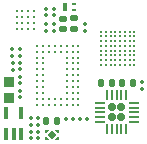
<source format=gbr>
%TF.GenerationSoftware,KiCad,Pcbnew,8.0.7*%
%TF.CreationDate,2025-01-06T01:22:01-08:00*%
%TF.ProjectId,Miniscope-v4-Wire-Free,4d696e69-7363-46f7-9065-2d76342d5769,rev?*%
%TF.SameCoordinates,Original*%
%TF.FileFunction,Paste,Bot*%
%TF.FilePolarity,Positive*%
%FSLAX46Y46*%
G04 Gerber Fmt 4.6, Leading zero omitted, Abs format (unit mm)*
G04 Created by KiCad (PCBNEW 8.0.7) date 2025-01-06 01:22:01*
%MOMM*%
%LPD*%
G01*
G04 APERTURE LIST*
G04 Aperture macros list*
%AMRoundRect*
0 Rectangle with rounded corners*
0 $1 Rounding radius*
0 $2 $3 $4 $5 $6 $7 $8 $9 X,Y pos of 4 corners*
0 Add a 4 corners polygon primitive as box body*
4,1,4,$2,$3,$4,$5,$6,$7,$8,$9,$2,$3,0*
0 Add four circle primitives for the rounded corners*
1,1,$1+$1,$2,$3*
1,1,$1+$1,$4,$5*
1,1,$1+$1,$6,$7*
1,1,$1+$1,$8,$9*
0 Add four rect primitives between the rounded corners*
20,1,$1+$1,$2,$3,$4,$5,0*
20,1,$1+$1,$4,$5,$6,$7,0*
20,1,$1+$1,$6,$7,$8,$9,0*
20,1,$1+$1,$8,$9,$2,$3,0*%
%AMRotRect*
0 Rectangle, with rotation*
0 The origin of the aperture is its center*
0 $1 length*
0 $2 width*
0 $3 Rotation angle, in degrees counterclockwise*
0 Add horizontal line*
21,1,$1,$2,0,0,$3*%
%AMFreePoly0*
4,1,7,0.110000,0.125000,0.110000,-0.125000,-0.110000,-0.125000,-0.140000,-0.125000,-0.140000,0.095000,0.110000,0.345000,0.110000,0.125000,0.110000,0.125000,$1*%
%AMFreePoly1*
4,1,6,0.140000,0.095000,0.140000,-0.125000,-0.110000,-0.125000,-0.110000,0.275000,-0.040000,0.275000,0.140000,0.095000,0.140000,0.095000,$1*%
%AMFreePoly2*
4,1,8,0.110000,0.125000,0.110000,-0.125000,-0.110000,-0.125000,-0.140000,-0.125000,-0.140000,0.095000,0.040000,0.275000,0.110000,0.275000,0.110000,0.125000,0.110000,0.125000,$1*%
G04 Aperture macros list end*
%ADD10RoundRect,0.077500X-0.092500X0.077500X-0.092500X-0.077500X0.092500X-0.077500X0.092500X0.077500X0*%
%ADD11C,0.228600*%
%ADD12RoundRect,0.145000X0.145000X0.170000X-0.145000X0.170000X-0.145000X-0.170000X0.145000X-0.170000X0*%
%ADD13RoundRect,0.145000X-0.145000X-0.170000X0.145000X-0.170000X0.145000X0.170000X-0.145000X0.170000X0*%
%ADD14RoundRect,0.077500X0.092500X-0.077500X0.092500X0.077500X-0.092500X0.077500X-0.092500X-0.077500X0*%
%ADD15RoundRect,0.077500X-0.077500X-0.092500X0.077500X-0.092500X0.077500X0.092500X-0.077500X0.092500X0*%
%ADD16RoundRect,0.145000X0.170000X-0.145000X0.170000X0.145000X-0.170000X0.145000X-0.170000X-0.145000X0*%
%ADD17RoundRect,0.222500X0.237500X-0.222500X0.237500X0.222500X-0.237500X0.222500X-0.237500X-0.222500X0*%
%ADD18C,0.250000*%
%ADD19R,0.340000X0.990000*%
%ADD20FreePoly0,90.000000*%
%ADD21FreePoly1,90.000000*%
%ADD22FreePoly2,270.000000*%
%ADD23FreePoly1,270.000000*%
%ADD24RotRect,0.480000X0.480000X225.000000*%
%ADD25RoundRect,0.167500X-0.167500X0.167500X-0.167500X-0.167500X0.167500X-0.167500X0.167500X0.167500X0*%
%ADD26RoundRect,0.050000X-0.050000X0.375000X-0.050000X-0.375000X0.050000X-0.375000X0.050000X0.375000X0*%
%ADD27RoundRect,0.050000X-0.375000X0.050000X-0.375000X-0.050000X0.375000X-0.050000X0.375000X0.050000X0*%
%ADD28RoundRect,0.077500X0.077500X0.092500X-0.077500X0.092500X-0.077500X-0.092500X0.077500X-0.092500X0*%
%ADD29R,0.400000X0.250000*%
%ADD30R,0.400000X0.700000*%
G04 APERTURE END LIST*
D10*
%TO.C,R22*%
X82623600Y-68128800D03*
X82623600Y-68678800D03*
%TD*%
D11*
%TO.C,U6*%
X90782200Y-63598200D03*
X90782200Y-63198200D03*
X90782200Y-62798200D03*
X90782200Y-62398200D03*
X90782200Y-61998200D03*
X90782200Y-61598200D03*
X90782200Y-61198200D03*
X90782200Y-60798200D03*
X90382200Y-63598200D03*
X90382200Y-63198200D03*
X90382200Y-62798200D03*
X90382200Y-62398200D03*
X90382200Y-61998200D03*
X90382200Y-61598200D03*
X90382200Y-61198200D03*
X90382200Y-60798200D03*
X89982200Y-63598200D03*
X89982200Y-63198200D03*
X89982200Y-62798200D03*
X89982200Y-62398200D03*
X89982200Y-61998200D03*
X89982200Y-61598200D03*
X89982200Y-61198200D03*
X89982200Y-60798200D03*
X89582200Y-63598200D03*
X89582200Y-63198200D03*
X89582200Y-62798200D03*
X89582200Y-62398200D03*
X89582200Y-61998200D03*
X89582200Y-61598200D03*
X89582200Y-61198200D03*
X89582200Y-60798200D03*
X89182200Y-63598200D03*
X89182200Y-63198200D03*
X89182200Y-62798200D03*
X89182200Y-62398200D03*
X89182200Y-61998200D03*
X89182200Y-61598200D03*
X89182200Y-61198200D03*
X89182200Y-60798200D03*
X88782200Y-63598200D03*
X88782200Y-63198200D03*
X88782200Y-62798200D03*
X88782200Y-62398200D03*
X88782200Y-61998200D03*
X88782200Y-61598200D03*
X88782200Y-61198200D03*
X88782200Y-60798200D03*
X88382200Y-63598200D03*
X88382200Y-63198200D03*
X88382200Y-62798200D03*
X88382200Y-62398200D03*
X88382200Y-61998200D03*
X88382200Y-61598200D03*
X88382200Y-61198200D03*
X88382200Y-60798200D03*
X87982200Y-63598200D03*
X87982200Y-63198200D03*
X87982200Y-62798200D03*
X87982200Y-62398200D03*
X87982200Y-61998200D03*
X87982200Y-61598200D03*
X87982200Y-61198200D03*
X87982200Y-60798200D03*
%TD*%
D12*
%TO.C,C6*%
X88883400Y-65134000D03*
X87993400Y-65134000D03*
%TD*%
D13*
%TO.C,C7*%
X89746000Y-65159400D03*
X90636000Y-65159400D03*
%TD*%
D14*
%TO.C,C9*%
X83311500Y-59412500D03*
X83311500Y-58862500D03*
%TD*%
%TO.C,C10*%
X83946500Y-59412500D03*
X83946500Y-58862500D03*
%TD*%
%TO.C,C11*%
X80454100Y-62841500D03*
X80454100Y-62291500D03*
%TD*%
%TO.C,C27*%
X82016200Y-69800400D03*
X82016200Y-69250400D03*
%TD*%
%TO.C,C36*%
X80479500Y-64022600D03*
X80479500Y-63472600D03*
%TD*%
%TO.C,C38*%
X83311500Y-60720600D03*
X83311500Y-60170600D03*
%TD*%
%TO.C,C41*%
X83946500Y-60720600D03*
X83946500Y-60170600D03*
%TD*%
D15*
%TO.C,C48*%
X85015600Y-68208400D03*
X85565600Y-68208400D03*
%TD*%
D16*
%TO.C,C50*%
X84759300Y-60585800D03*
X84759300Y-59695800D03*
%TD*%
%TO.C,C52*%
X85699100Y-60560400D03*
X85699100Y-59670400D03*
%TD*%
D17*
%TO.C,L4*%
X80162000Y-66401200D03*
X80162000Y-65071200D03*
%TD*%
D18*
%TO.C,U8*%
X86046000Y-66989600D03*
X86046000Y-66489600D03*
X86046000Y-65989600D03*
X86046000Y-65489600D03*
X86046000Y-64989600D03*
X86046000Y-64489600D03*
X86046000Y-63989600D03*
X86046000Y-63489600D03*
X86046000Y-62989600D03*
X86046000Y-62489600D03*
X86046000Y-61989600D03*
X85546000Y-66989600D03*
X85546000Y-66489600D03*
X85546000Y-65989600D03*
X85546000Y-65489600D03*
X85546000Y-64989600D03*
X85546000Y-64489600D03*
X85546000Y-63989600D03*
X85546000Y-63489600D03*
X85546000Y-62989600D03*
X85546000Y-62489600D03*
X85546000Y-61989600D03*
X85046000Y-66989600D03*
X85046000Y-66489600D03*
X85046000Y-65989600D03*
X85046000Y-65489600D03*
X85046000Y-64989600D03*
X85046000Y-64489600D03*
X85046000Y-63989600D03*
X85046000Y-63489600D03*
X85046000Y-62989600D03*
X85046000Y-62489600D03*
X85046000Y-61989600D03*
X84546000Y-66989600D03*
X84546000Y-66489600D03*
X84546000Y-62489600D03*
X84546000Y-61989600D03*
X84046000Y-66989600D03*
X84046000Y-66489600D03*
X84046000Y-62489600D03*
X84046000Y-61989600D03*
X83546000Y-66989600D03*
X83546000Y-66489600D03*
X83546000Y-62489600D03*
X83546000Y-61989600D03*
X83046000Y-66989600D03*
X83046000Y-66489600D03*
X83046000Y-65989600D03*
X83046000Y-65489600D03*
X83046000Y-64989600D03*
X83046000Y-64489600D03*
X83046000Y-63989600D03*
X83046000Y-63489600D03*
X83046000Y-62989600D03*
X83046000Y-62489600D03*
X83046000Y-61989600D03*
X82546000Y-66989600D03*
X82546000Y-66489600D03*
X82546000Y-65989600D03*
X82546000Y-65489600D03*
X82546000Y-64989600D03*
X82546000Y-64489600D03*
X82546000Y-63989600D03*
X82546000Y-63489600D03*
X82546000Y-62989600D03*
X82546000Y-62489600D03*
X82546000Y-61989600D03*
%TD*%
D10*
%TO.C,C30*%
X82041600Y-68107400D03*
X82041600Y-68657400D03*
%TD*%
D18*
%TO.C,U4*%
X82309000Y-59073300D03*
X81809000Y-59073300D03*
X81309000Y-59073300D03*
X80809000Y-59073300D03*
X82309000Y-59573300D03*
X81809000Y-59573300D03*
X81309000Y-59573300D03*
X80809000Y-59573300D03*
X82309000Y-60073300D03*
X81809000Y-60073300D03*
X81309000Y-60073300D03*
X80809000Y-60073300D03*
X82309000Y-60573300D03*
X81809000Y-60573300D03*
X81309000Y-60573300D03*
X80809000Y-60573300D03*
%TD*%
D19*
%TO.C,U9*%
X81218400Y-69495600D03*
X80568400Y-69495600D03*
X79918400Y-69495600D03*
X79918400Y-67675600D03*
X81218400Y-67675600D03*
%TD*%
D14*
%TO.C,C37*%
X82625800Y-69825800D03*
X82625800Y-69275800D03*
%TD*%
D12*
%TO.C,C51*%
X84213800Y-68382400D03*
X83323800Y-68382400D03*
%TD*%
D20*
%TO.C,U7*%
X84344600Y-69210800D03*
D21*
X84344600Y-69890800D03*
D22*
X83294600Y-69890800D03*
D23*
X83294600Y-69210800D03*
D24*
X83819600Y-69550800D03*
%TD*%
D25*
%TO.C,U1*%
X89690600Y-68031100D03*
X89690600Y-67211100D03*
X88870600Y-67211100D03*
X88870600Y-68031100D03*
D26*
X88480600Y-66171100D03*
X88880600Y-66171100D03*
X89280600Y-66171100D03*
X89680600Y-66171100D03*
X90080600Y-66171100D03*
D27*
X90730600Y-66821100D03*
X90730600Y-67221100D03*
X90730600Y-67621100D03*
X90730600Y-68021100D03*
X90730600Y-68421100D03*
D26*
X90080600Y-69071100D03*
X89680600Y-69071100D03*
X89280600Y-69071100D03*
X88880600Y-69071100D03*
X88480600Y-69071100D03*
D27*
X87830600Y-68421100D03*
X87830600Y-68021100D03*
X87830600Y-67621100D03*
X87830600Y-67221100D03*
X87830600Y-66821100D03*
%TD*%
D14*
%TO.C,C44*%
X81114400Y-62828800D03*
X81114400Y-62278800D03*
%TD*%
%TO.C,C40*%
X81114400Y-66334000D03*
X81114400Y-65784000D03*
%TD*%
D10*
%TO.C,C53*%
X81114400Y-64615600D03*
X81114400Y-65165600D03*
%TD*%
%TO.C,C49*%
X81114500Y-63447200D03*
X81114500Y-63997200D03*
%TD*%
D14*
%TO.C,R16*%
X91424700Y-65643500D03*
X91424700Y-65093500D03*
%TD*%
D28*
%TO.C,R17*%
X86751100Y-68213300D03*
X86201100Y-68213300D03*
%TD*%
D10*
%TO.C,R19*%
X86636800Y-60153200D03*
X86636800Y-60703200D03*
%TD*%
D29*
%TO.C,Q2*%
X85640600Y-58476000D03*
X85640600Y-58926000D03*
D30*
X84940600Y-58701000D03*
%TD*%
M02*

</source>
